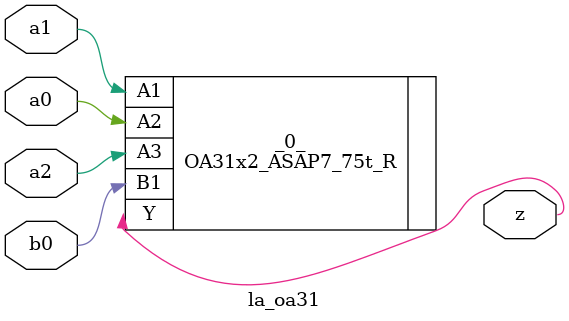
<source format=v>

/* Generated by Yosys 0.37 (git sha1 a5c7f69ed, clang 14.0.0-1ubuntu1.1 -fPIC -Os) */

module la_oa31(a0, a1, a2, b0, z);
  input a0;
  wire a0;
  input a1;
  wire a1;
  input a2;
  wire a2;
  input b0;
  wire b0;
  output z;
  wire z;
  OA31x2_ASAP7_75t_R _0_ (
    .A1(a1),
    .A2(a0),
    .A3(a2),
    .B1(b0),
    .Y(z)
  );
endmodule

</source>
